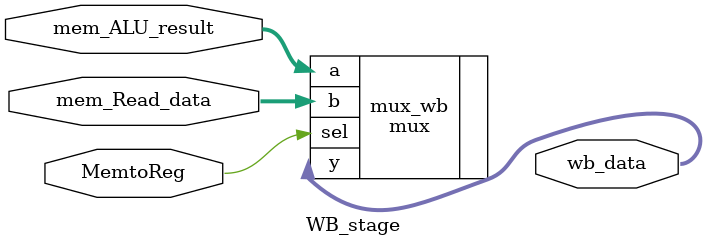
<source format=v>
`timescale 1ns / 1ps


module WB_stage (
    input [31:0] mem_Read_data,
    input [31:0] mem_ALU_result,
    input MemtoReg,
    output [31:0] wb_data
    );
    
    // Reuse mux module from IF stage
    mux mux_wb (
        .a(mem_ALU_result),
        .b(mem_Read_data),
        .sel(MemtoReg),
        .y(wb_data)
    );
endmodule

</source>
